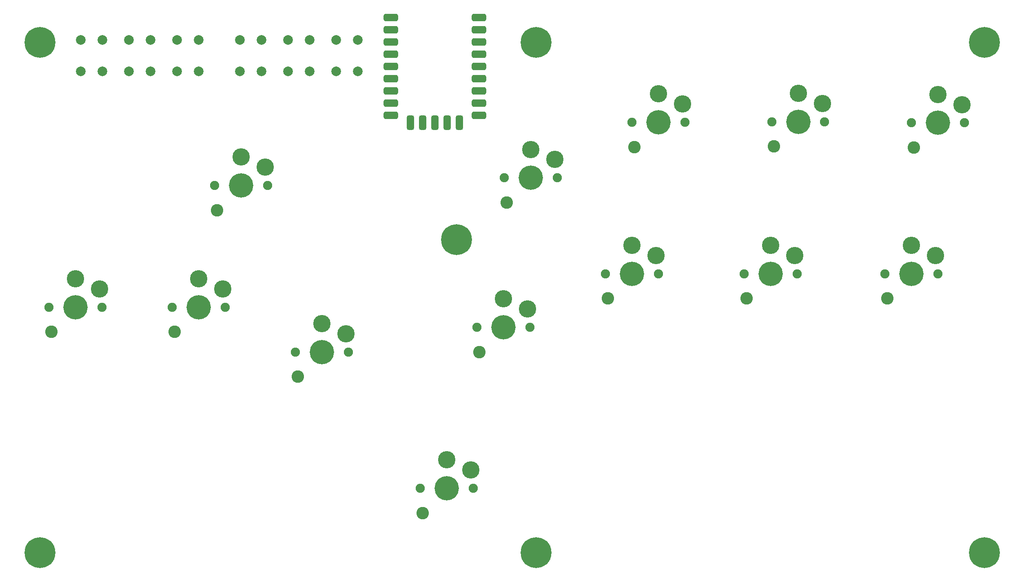
<source format=gts>
%TF.GenerationSoftware,KiCad,Pcbnew,7.0.1*%
%TF.CreationDate,2023-08-22T10:43:52+03:00*%
%TF.ProjectId,Flatbox-Dual,466c6174-626f-4782-9d44-75616c2e6b69,rev?*%
%TF.SameCoordinates,Original*%
%TF.FileFunction,Soldermask,Top*%
%TF.FilePolarity,Negative*%
%FSLAX46Y46*%
G04 Gerber Fmt 4.6, Leading zero omitted, Abs format (unit mm)*
G04 Created by KiCad (PCBNEW 7.0.1) date 2023-08-22 10:43:52*
%MOMM*%
%LPD*%
G01*
G04 APERTURE LIST*
G04 Aperture macros list*
%AMRoundRect*
0 Rectangle with rounded corners*
0 $1 Rounding radius*
0 $2 $3 $4 $5 $6 $7 $8 $9 X,Y pos of 4 corners*
0 Add a 4 corners polygon primitive as box body*
4,1,4,$2,$3,$4,$5,$6,$7,$8,$9,$2,$3,0*
0 Add four circle primitives for the rounded corners*
1,1,$1+$1,$2,$3*
1,1,$1+$1,$4,$5*
1,1,$1+$1,$6,$7*
1,1,$1+$1,$8,$9*
0 Add four rect primitives between the rounded corners*
20,1,$1+$1,$2,$3,$4,$5,0*
20,1,$1+$1,$4,$5,$6,$7,0*
20,1,$1+$1,$6,$7,$8,$9,0*
20,1,$1+$1,$8,$9,$2,$3,0*%
G04 Aperture macros list end*
%ADD10C,1.900000*%
%ADD11C,2.600000*%
%ADD12C,5.050000*%
%ADD13C,3.600000*%
%ADD14C,6.400000*%
%ADD15C,2.000000*%
%ADD16RoundRect,0.381000X1.119000X0.381000X-1.119000X0.381000X-1.119000X-0.381000X1.119000X-0.381000X0*%
%ADD17RoundRect,0.381000X-0.381000X1.119000X-0.381000X-1.119000X0.381000X-1.119000X0.381000X1.119000X0*%
%ADD18RoundRect,0.381000X0.381000X-1.119000X0.381000X1.119000X-0.381000X1.119000X-0.381000X-1.119000X0*%
G04 APERTURE END LIST*
D10*
X74465350Y-91983150D03*
D11*
X74965350Y-97133150D03*
D12*
X79965350Y-91983150D03*
D10*
X85465350Y-91983150D03*
D13*
X79965350Y-86083150D03*
X84965350Y-88183150D03*
D10*
X100051488Y-101293070D03*
D11*
X100551488Y-106443070D03*
D12*
X105551488Y-101293070D03*
D10*
X111051488Y-101293070D03*
D13*
X105551488Y-95393070D03*
X110551488Y-97493070D03*
D10*
X125920000Y-129620000D03*
D11*
X126420000Y-134770000D03*
D12*
X131420000Y-129620000D03*
D10*
X136920000Y-129620000D03*
D13*
X131420000Y-123720000D03*
X136420000Y-125820000D03*
D10*
X143360000Y-65110000D03*
D11*
X143860000Y-70260000D03*
D12*
X148860000Y-65110000D03*
D10*
X154360000Y-65110000D03*
D13*
X148860000Y-59210000D03*
X153860000Y-61310000D03*
D10*
X169920000Y-53580000D03*
D11*
X170420000Y-58730000D03*
D12*
X175420000Y-53580000D03*
D10*
X180920000Y-53580000D03*
D13*
X175420000Y-47680000D03*
X180420000Y-49780000D03*
D10*
X198890000Y-53460000D03*
D11*
X199390000Y-58610000D03*
D12*
X204390000Y-53460000D03*
D10*
X209890000Y-53460000D03*
D13*
X204390000Y-47560000D03*
X209390000Y-49660000D03*
D10*
X227860000Y-53700000D03*
D11*
X228360000Y-58850000D03*
D12*
X233360000Y-53700000D03*
D10*
X238860000Y-53700000D03*
D13*
X233360000Y-47800000D03*
X238360000Y-49900000D03*
D10*
X137750000Y-96150000D03*
D11*
X138250000Y-101300000D03*
D12*
X143250000Y-96150000D03*
D10*
X148750000Y-96150000D03*
D13*
X143250000Y-90250000D03*
X148250000Y-92350000D03*
D10*
X164360000Y-85040000D03*
D11*
X164860000Y-90190000D03*
D12*
X169860000Y-85040000D03*
D10*
X175360000Y-85040000D03*
D13*
X169860000Y-79140000D03*
X174860000Y-81240000D03*
D10*
X193210000Y-85040000D03*
D11*
X193710000Y-90190000D03*
D12*
X198710000Y-85040000D03*
D10*
X204210000Y-85040000D03*
D13*
X198710000Y-79140000D03*
X203710000Y-81240000D03*
D10*
X222420000Y-85040000D03*
D11*
X222920000Y-90190000D03*
D12*
X227920000Y-85040000D03*
D10*
X233420000Y-85040000D03*
D13*
X227920000Y-79140000D03*
X232920000Y-81240000D03*
D14*
X47000000Y-37000000D03*
X47000000Y-143000000D03*
X243000000Y-143000000D03*
X243000000Y-37000000D03*
D10*
X48885121Y-91983150D03*
D11*
X49385121Y-97133150D03*
D12*
X54385121Y-91983150D03*
D10*
X59885121Y-91983150D03*
D13*
X54385121Y-86083150D03*
X59385121Y-88183150D03*
D14*
X150000000Y-37000000D03*
D15*
X88500000Y-43000000D03*
X88500000Y-36500000D03*
X93000000Y-43000000D03*
X93000000Y-36500000D03*
X65500000Y-43000000D03*
X65500000Y-36500000D03*
X70000000Y-43000000D03*
X70000000Y-36500000D03*
X98500000Y-43000000D03*
X98500000Y-36500000D03*
X103000000Y-43000000D03*
X103000000Y-36500000D03*
X55500000Y-43000000D03*
X55500000Y-36500000D03*
X60000000Y-43000000D03*
X60000000Y-36500000D03*
X75500000Y-43000000D03*
X75500000Y-36500000D03*
X80000000Y-43000000D03*
X80000000Y-36500000D03*
X108500000Y-43000000D03*
X108500000Y-36500000D03*
X113000000Y-43000000D03*
X113000000Y-36500000D03*
D14*
X133500000Y-78000000D03*
X150000000Y-143000000D03*
D16*
X138160000Y-31840000D03*
X138160000Y-34380000D03*
X138160000Y-36920000D03*
X138160000Y-39460000D03*
X138160000Y-42000000D03*
X138160000Y-44540000D03*
X138160000Y-47080000D03*
X138160000Y-49620000D03*
X138160000Y-52160000D03*
D17*
X134080000Y-53700000D03*
X131540000Y-53700000D03*
X129000000Y-53700000D03*
X126460000Y-53700000D03*
D18*
X123920000Y-53700000D03*
D16*
X119840000Y-52160000D03*
X119840000Y-49620000D03*
X119840000Y-47080000D03*
X119840000Y-44540000D03*
X119840000Y-42000000D03*
X119840000Y-39460000D03*
X119840000Y-36920000D03*
X119840000Y-31840000D03*
X119840000Y-34380000D03*
D10*
X83311691Y-66698889D03*
D11*
X83811691Y-71848889D03*
D12*
X88811691Y-66698889D03*
D10*
X94311691Y-66698889D03*
D13*
X88811691Y-60798889D03*
X93811691Y-62898889D03*
M02*

</source>
